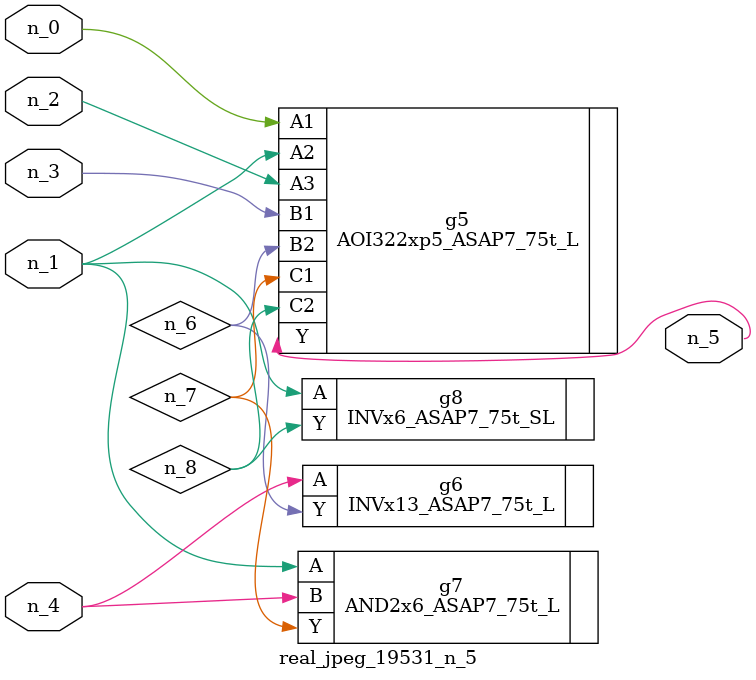
<source format=v>
module real_jpeg_19531_n_5 (n_4, n_0, n_1, n_2, n_3, n_5);

input n_4;
input n_0;
input n_1;
input n_2;
input n_3;

output n_5;

wire n_8;
wire n_6;
wire n_7;

AOI322xp5_ASAP7_75t_L g5 ( 
.A1(n_0),
.A2(n_1),
.A3(n_2),
.B1(n_3),
.B2(n_6),
.C1(n_7),
.C2(n_8),
.Y(n_5)
);

AND2x6_ASAP7_75t_L g7 ( 
.A(n_1),
.B(n_4),
.Y(n_7)
);

INVx6_ASAP7_75t_SL g8 ( 
.A(n_1),
.Y(n_8)
);

INVx13_ASAP7_75t_L g6 ( 
.A(n_4),
.Y(n_6)
);


endmodule
</source>
